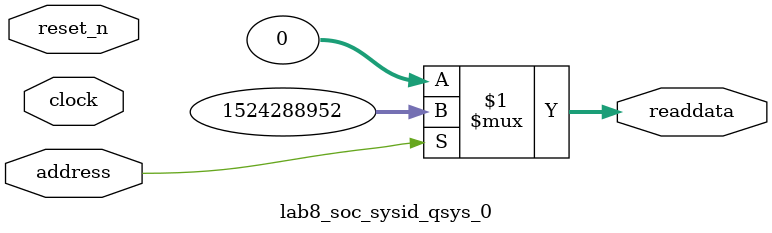
<source format=v>

`timescale 1ns / 1ps
// synthesis translate_on

// turn off superfluous verilog processor warnings 
// altera message_level Level1 
// altera message_off 10034 10035 10036 10037 10230 10240 10030 

module lab8_soc_sysid_qsys_0 (
               // inputs:
                address,
                clock,
                reset_n,

               // outputs:
                readdata
             )
;

  output  [ 31: 0] readdata;
  input            address;
  input            clock;
  input            reset_n;

  wire    [ 31: 0] readdata;
  //control_slave, which is an e_avalon_slave
  assign readdata = address ? 1524288952 : 0;

endmodule




</source>
